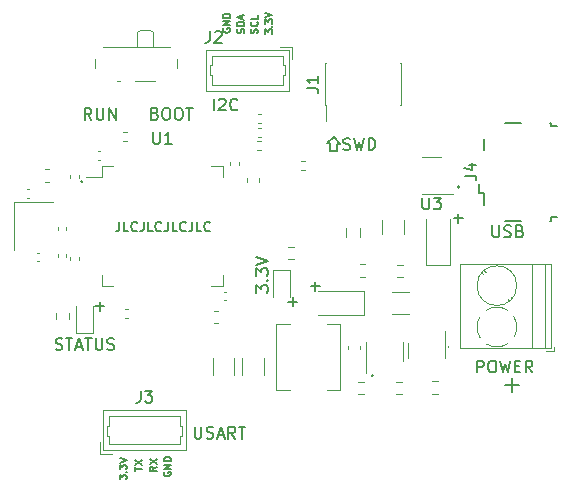
<source format=gbr>
%TF.GenerationSoftware,KiCad,Pcbnew,(6.0.1)*%
%TF.CreationDate,2022-05-18T16:29:04+06:30*%
%TF.ProjectId,STM32_USB_Buck,53544d33-325f-4555-9342-5f4275636b2e,v1.0*%
%TF.SameCoordinates,Original*%
%TF.FileFunction,Legend,Top*%
%TF.FilePolarity,Positive*%
%FSLAX46Y46*%
G04 Gerber Fmt 4.6, Leading zero omitted, Abs format (unit mm)*
G04 Created by KiCad (PCBNEW (6.0.1)) date 2022-05-18 16:29:04*
%MOMM*%
%LPD*%
G01*
G04 APERTURE LIST*
%ADD10C,0.150000*%
%ADD11C,0.120000*%
G04 APERTURE END LIST*
D10*
X133083761Y-103066904D02*
X133083761Y-103638333D01*
X133045666Y-103752619D01*
X132969476Y-103828809D01*
X132855190Y-103866904D01*
X132779000Y-103866904D01*
X133845666Y-103866904D02*
X133464714Y-103866904D01*
X133464714Y-103066904D01*
X134569476Y-103790714D02*
X134531380Y-103828809D01*
X134417095Y-103866904D01*
X134340904Y-103866904D01*
X134226619Y-103828809D01*
X134150428Y-103752619D01*
X134112333Y-103676428D01*
X134074238Y-103524047D01*
X134074238Y-103409761D01*
X134112333Y-103257380D01*
X134150428Y-103181190D01*
X134226619Y-103105000D01*
X134340904Y-103066904D01*
X134417095Y-103066904D01*
X134531380Y-103105000D01*
X134569476Y-103143095D01*
X135140904Y-103066904D02*
X135140904Y-103638333D01*
X135102809Y-103752619D01*
X135026619Y-103828809D01*
X134912333Y-103866904D01*
X134836142Y-103866904D01*
X135902809Y-103866904D02*
X135521857Y-103866904D01*
X135521857Y-103066904D01*
X136626619Y-103790714D02*
X136588523Y-103828809D01*
X136474238Y-103866904D01*
X136398047Y-103866904D01*
X136283761Y-103828809D01*
X136207571Y-103752619D01*
X136169476Y-103676428D01*
X136131380Y-103524047D01*
X136131380Y-103409761D01*
X136169476Y-103257380D01*
X136207571Y-103181190D01*
X136283761Y-103105000D01*
X136398047Y-103066904D01*
X136474238Y-103066904D01*
X136588523Y-103105000D01*
X136626619Y-103143095D01*
X137198047Y-103066904D02*
X137198047Y-103638333D01*
X137159952Y-103752619D01*
X137083761Y-103828809D01*
X136969476Y-103866904D01*
X136893285Y-103866904D01*
X137959952Y-103866904D02*
X137579000Y-103866904D01*
X137579000Y-103066904D01*
X138683761Y-103790714D02*
X138645666Y-103828809D01*
X138531380Y-103866904D01*
X138455190Y-103866904D01*
X138340904Y-103828809D01*
X138264714Y-103752619D01*
X138226619Y-103676428D01*
X138188523Y-103524047D01*
X138188523Y-103409761D01*
X138226619Y-103257380D01*
X138264714Y-103181190D01*
X138340904Y-103105000D01*
X138455190Y-103066904D01*
X138531380Y-103066904D01*
X138645666Y-103105000D01*
X138683761Y-103143095D01*
X139255190Y-103066904D02*
X139255190Y-103638333D01*
X139217095Y-103752619D01*
X139140904Y-103828809D01*
X139026619Y-103866904D01*
X138950428Y-103866904D01*
X140017095Y-103866904D02*
X139636142Y-103866904D01*
X139636142Y-103066904D01*
X140740904Y-103790714D02*
X140702809Y-103828809D01*
X140588523Y-103866904D01*
X140512333Y-103866904D01*
X140398047Y-103828809D01*
X140321857Y-103752619D01*
X140283761Y-103676428D01*
X140245666Y-103524047D01*
X140245666Y-103409761D01*
X140283761Y-103257380D01*
X140321857Y-103181190D01*
X140398047Y-103105000D01*
X140512333Y-103066904D01*
X140588523Y-103066904D01*
X140702809Y-103105000D01*
X140740904Y-103143095D01*
X150975000Y-97062500D02*
X151450000Y-97062500D01*
X154554057Y-116100000D02*
G75*
G03*
X154554057Y-116100000I-79057J0D01*
G01*
X129945711Y-99650000D02*
G75*
G03*
X129945711Y-99650000I-70711J0D01*
G01*
X150675000Y-96387500D02*
X150900000Y-96387500D01*
X151475000Y-97062500D02*
X151475000Y-96437500D01*
X151225000Y-95887500D02*
X150675000Y-96387500D01*
X150900000Y-97062500D02*
X150975000Y-97062500D01*
X160980902Y-113650000D02*
G75*
G03*
X160980902Y-113650000I-55902J0D01*
G01*
X151475000Y-96437500D02*
X151725000Y-96437500D01*
X150900000Y-96387500D02*
X150900000Y-97062500D01*
X161854057Y-100125000D02*
G75*
G03*
X161854057Y-100125000I-79057J0D01*
G01*
X151000000Y-97062500D02*
X151475000Y-97062500D01*
X151725000Y-96437500D02*
X151225000Y-95887500D01*
X145421428Y-87135714D02*
X145421428Y-86764285D01*
X145650000Y-86964285D01*
X145650000Y-86878571D01*
X145678571Y-86821428D01*
X145707142Y-86792857D01*
X145764285Y-86764285D01*
X145907142Y-86764285D01*
X145964285Y-86792857D01*
X145992857Y-86821428D01*
X146021428Y-86878571D01*
X146021428Y-87050000D01*
X145992857Y-87107142D01*
X145964285Y-87135714D01*
X145964285Y-86507142D02*
X145992857Y-86478571D01*
X146021428Y-86507142D01*
X145992857Y-86535714D01*
X145964285Y-86507142D01*
X146021428Y-86507142D01*
X145421428Y-86278571D02*
X145421428Y-85907142D01*
X145650000Y-86107142D01*
X145650000Y-86021428D01*
X145678571Y-85964285D01*
X145707142Y-85935714D01*
X145764285Y-85907142D01*
X145907142Y-85907142D01*
X145964285Y-85935714D01*
X145992857Y-85964285D01*
X146021428Y-86021428D01*
X146021428Y-86192857D01*
X145992857Y-86250000D01*
X145964285Y-86278571D01*
X145421428Y-85735714D02*
X146021428Y-85535714D01*
X145421428Y-85335714D01*
X136092857Y-93878571D02*
X136235714Y-93926190D01*
X136283333Y-93973809D01*
X136330952Y-94069047D01*
X136330952Y-94211904D01*
X136283333Y-94307142D01*
X136235714Y-94354761D01*
X136140476Y-94402380D01*
X135759523Y-94402380D01*
X135759523Y-93402380D01*
X136092857Y-93402380D01*
X136188095Y-93450000D01*
X136235714Y-93497619D01*
X136283333Y-93592857D01*
X136283333Y-93688095D01*
X136235714Y-93783333D01*
X136188095Y-93830952D01*
X136092857Y-93878571D01*
X135759523Y-93878571D01*
X136950000Y-93402380D02*
X137140476Y-93402380D01*
X137235714Y-93450000D01*
X137330952Y-93545238D01*
X137378571Y-93735714D01*
X137378571Y-94069047D01*
X137330952Y-94259523D01*
X137235714Y-94354761D01*
X137140476Y-94402380D01*
X136950000Y-94402380D01*
X136854761Y-94354761D01*
X136759523Y-94259523D01*
X136711904Y-94069047D01*
X136711904Y-93735714D01*
X136759523Y-93545238D01*
X136854761Y-93450000D01*
X136950000Y-93402380D01*
X137997619Y-93402380D02*
X138188095Y-93402380D01*
X138283333Y-93450000D01*
X138378571Y-93545238D01*
X138426190Y-93735714D01*
X138426190Y-94069047D01*
X138378571Y-94259523D01*
X138283333Y-94354761D01*
X138188095Y-94402380D01*
X137997619Y-94402380D01*
X137902380Y-94354761D01*
X137807142Y-94259523D01*
X137759523Y-94069047D01*
X137759523Y-93735714D01*
X137807142Y-93545238D01*
X137902380Y-93450000D01*
X137997619Y-93402380D01*
X138711904Y-93402380D02*
X139283333Y-93402380D01*
X138997619Y-94402380D02*
X138997619Y-93402380D01*
X147369047Y-109821428D02*
X148130952Y-109821428D01*
X147750000Y-110202380D02*
X147750000Y-109440476D01*
X143617857Y-87053571D02*
X143646428Y-86967857D01*
X143646428Y-86825000D01*
X143617857Y-86767857D01*
X143589285Y-86739285D01*
X143532142Y-86710714D01*
X143475000Y-86710714D01*
X143417857Y-86739285D01*
X143389285Y-86767857D01*
X143360714Y-86825000D01*
X143332142Y-86939285D01*
X143303571Y-86996428D01*
X143275000Y-87025000D01*
X143217857Y-87053571D01*
X143160714Y-87053571D01*
X143103571Y-87025000D01*
X143075000Y-86996428D01*
X143046428Y-86939285D01*
X143046428Y-86796428D01*
X143075000Y-86710714D01*
X143646428Y-86453571D02*
X143046428Y-86453571D01*
X143046428Y-86310714D01*
X143075000Y-86225000D01*
X143132142Y-86167857D01*
X143189285Y-86139285D01*
X143303571Y-86110714D01*
X143389285Y-86110714D01*
X143503571Y-86139285D01*
X143560714Y-86167857D01*
X143617857Y-86225000D01*
X143646428Y-86310714D01*
X143646428Y-86453571D01*
X143475000Y-85882142D02*
X143475000Y-85596428D01*
X143646428Y-85939285D02*
X143046428Y-85739285D01*
X143646428Y-85539285D01*
X139453571Y-120402380D02*
X139453571Y-121211904D01*
X139501190Y-121307142D01*
X139548809Y-121354761D01*
X139644047Y-121402380D01*
X139834523Y-121402380D01*
X139929761Y-121354761D01*
X139977380Y-121307142D01*
X140025000Y-121211904D01*
X140025000Y-120402380D01*
X140453571Y-121354761D02*
X140596428Y-121402380D01*
X140834523Y-121402380D01*
X140929761Y-121354761D01*
X140977380Y-121307142D01*
X141025000Y-121211904D01*
X141025000Y-121116666D01*
X140977380Y-121021428D01*
X140929761Y-120973809D01*
X140834523Y-120926190D01*
X140644047Y-120878571D01*
X140548809Y-120830952D01*
X140501190Y-120783333D01*
X140453571Y-120688095D01*
X140453571Y-120592857D01*
X140501190Y-120497619D01*
X140548809Y-120450000D01*
X140644047Y-120402380D01*
X140882142Y-120402380D01*
X141025000Y-120450000D01*
X141405952Y-121116666D02*
X141882142Y-121116666D01*
X141310714Y-121402380D02*
X141644047Y-120402380D01*
X141977380Y-121402380D01*
X142882142Y-121402380D02*
X142548809Y-120926190D01*
X142310714Y-121402380D02*
X142310714Y-120402380D01*
X142691666Y-120402380D01*
X142786904Y-120450000D01*
X142834523Y-120497619D01*
X142882142Y-120592857D01*
X142882142Y-120735714D01*
X142834523Y-120830952D01*
X142786904Y-120878571D01*
X142691666Y-120926190D01*
X142310714Y-120926190D01*
X143167857Y-120402380D02*
X143739285Y-120402380D01*
X143453571Y-121402380D02*
X143453571Y-120402380D01*
X134371428Y-124132142D02*
X134371428Y-123789285D01*
X134971428Y-123960714D02*
X134371428Y-123960714D01*
X134371428Y-123646428D02*
X134971428Y-123246428D01*
X134371428Y-123246428D02*
X134971428Y-123646428D01*
X130711904Y-94427380D02*
X130378571Y-93951190D01*
X130140476Y-94427380D02*
X130140476Y-93427380D01*
X130521428Y-93427380D01*
X130616666Y-93475000D01*
X130664285Y-93522619D01*
X130711904Y-93617857D01*
X130711904Y-93760714D01*
X130664285Y-93855952D01*
X130616666Y-93903571D01*
X130521428Y-93951190D01*
X130140476Y-93951190D01*
X131140476Y-93427380D02*
X131140476Y-94236904D01*
X131188095Y-94332142D01*
X131235714Y-94379761D01*
X131330952Y-94427380D01*
X131521428Y-94427380D01*
X131616666Y-94379761D01*
X131664285Y-94332142D01*
X131711904Y-94236904D01*
X131711904Y-93427380D01*
X132188095Y-94427380D02*
X132188095Y-93427380D01*
X132759523Y-94427380D01*
X132759523Y-93427380D01*
X164663095Y-103352380D02*
X164663095Y-104161904D01*
X164710714Y-104257142D01*
X164758333Y-104304761D01*
X164853571Y-104352380D01*
X165044047Y-104352380D01*
X165139285Y-104304761D01*
X165186904Y-104257142D01*
X165234523Y-104161904D01*
X165234523Y-103352380D01*
X165663095Y-104304761D02*
X165805952Y-104352380D01*
X166044047Y-104352380D01*
X166139285Y-104304761D01*
X166186904Y-104257142D01*
X166234523Y-104161904D01*
X166234523Y-104066666D01*
X166186904Y-103971428D01*
X166139285Y-103923809D01*
X166044047Y-103876190D01*
X165853571Y-103828571D01*
X165758333Y-103780952D01*
X165710714Y-103733333D01*
X165663095Y-103638095D01*
X165663095Y-103542857D01*
X165710714Y-103447619D01*
X165758333Y-103400000D01*
X165853571Y-103352380D01*
X166091666Y-103352380D01*
X166234523Y-103400000D01*
X166996428Y-103828571D02*
X167139285Y-103876190D01*
X167186904Y-103923809D01*
X167234523Y-104019047D01*
X167234523Y-104161904D01*
X167186904Y-104257142D01*
X167139285Y-104304761D01*
X167044047Y-104352380D01*
X166663095Y-104352380D01*
X166663095Y-103352380D01*
X166996428Y-103352380D01*
X167091666Y-103400000D01*
X167139285Y-103447619D01*
X167186904Y-103542857D01*
X167186904Y-103638095D01*
X167139285Y-103733333D01*
X167091666Y-103780952D01*
X166996428Y-103828571D01*
X166663095Y-103828571D01*
X149294047Y-108521428D02*
X150055952Y-108521428D01*
X149675000Y-108902380D02*
X149675000Y-108140476D01*
X127673809Y-113854761D02*
X127816666Y-113902380D01*
X128054761Y-113902380D01*
X128150000Y-113854761D01*
X128197619Y-113807142D01*
X128245238Y-113711904D01*
X128245238Y-113616666D01*
X128197619Y-113521428D01*
X128150000Y-113473809D01*
X128054761Y-113426190D01*
X127864285Y-113378571D01*
X127769047Y-113330952D01*
X127721428Y-113283333D01*
X127673809Y-113188095D01*
X127673809Y-113092857D01*
X127721428Y-112997619D01*
X127769047Y-112950000D01*
X127864285Y-112902380D01*
X128102380Y-112902380D01*
X128245238Y-112950000D01*
X128530952Y-112902380D02*
X129102380Y-112902380D01*
X128816666Y-113902380D02*
X128816666Y-112902380D01*
X129388095Y-113616666D02*
X129864285Y-113616666D01*
X129292857Y-113902380D02*
X129626190Y-112902380D01*
X129959523Y-113902380D01*
X130150000Y-112902380D02*
X130721428Y-112902380D01*
X130435714Y-113902380D02*
X130435714Y-112902380D01*
X131054761Y-112902380D02*
X131054761Y-113711904D01*
X131102380Y-113807142D01*
X131150000Y-113854761D01*
X131245238Y-113902380D01*
X131435714Y-113902380D01*
X131530952Y-113854761D01*
X131578571Y-113807142D01*
X131626190Y-113711904D01*
X131626190Y-112902380D01*
X132054761Y-113854761D02*
X132197619Y-113902380D01*
X132435714Y-113902380D01*
X132530952Y-113854761D01*
X132578571Y-113807142D01*
X132626190Y-113711904D01*
X132626190Y-113616666D01*
X132578571Y-113521428D01*
X132530952Y-113473809D01*
X132435714Y-113426190D01*
X132245238Y-113378571D01*
X132150000Y-113330952D01*
X132102380Y-113283333D01*
X132054761Y-113188095D01*
X132054761Y-113092857D01*
X132102380Y-112997619D01*
X132150000Y-112950000D01*
X132245238Y-112902380D01*
X132483333Y-112902380D01*
X132626190Y-112950000D01*
X144767857Y-87064285D02*
X144796428Y-86978571D01*
X144796428Y-86835714D01*
X144767857Y-86778571D01*
X144739285Y-86750000D01*
X144682142Y-86721428D01*
X144625000Y-86721428D01*
X144567857Y-86750000D01*
X144539285Y-86778571D01*
X144510714Y-86835714D01*
X144482142Y-86950000D01*
X144453571Y-87007142D01*
X144425000Y-87035714D01*
X144367857Y-87064285D01*
X144310714Y-87064285D01*
X144253571Y-87035714D01*
X144225000Y-87007142D01*
X144196428Y-86950000D01*
X144196428Y-86807142D01*
X144225000Y-86721428D01*
X144739285Y-86121428D02*
X144767857Y-86150000D01*
X144796428Y-86235714D01*
X144796428Y-86292857D01*
X144767857Y-86378571D01*
X144710714Y-86435714D01*
X144653571Y-86464285D01*
X144539285Y-86492857D01*
X144453571Y-86492857D01*
X144339285Y-86464285D01*
X144282142Y-86435714D01*
X144225000Y-86378571D01*
X144196428Y-86292857D01*
X144196428Y-86235714D01*
X144225000Y-86150000D01*
X144253571Y-86121428D01*
X144796428Y-85578571D02*
X144796428Y-85864285D01*
X144196428Y-85864285D01*
X141073809Y-93627380D02*
X141073809Y-92627380D01*
X141502380Y-92722619D02*
X141550000Y-92675000D01*
X141645238Y-92627380D01*
X141883333Y-92627380D01*
X141978571Y-92675000D01*
X142026190Y-92722619D01*
X142073809Y-92817857D01*
X142073809Y-92913095D01*
X142026190Y-93055952D01*
X141454761Y-93627380D01*
X142073809Y-93627380D01*
X143073809Y-93532142D02*
X143026190Y-93579761D01*
X142883333Y-93627380D01*
X142788095Y-93627380D01*
X142645238Y-93579761D01*
X142550000Y-93484523D01*
X142502380Y-93389285D01*
X142454761Y-93198809D01*
X142454761Y-93055952D01*
X142502380Y-92865476D01*
X142550000Y-92770238D01*
X142645238Y-92675000D01*
X142788095Y-92627380D01*
X142883333Y-92627380D01*
X143026190Y-92675000D01*
X143073809Y-92722619D01*
X133096428Y-124860714D02*
X133096428Y-124489285D01*
X133325000Y-124689285D01*
X133325000Y-124603571D01*
X133353571Y-124546428D01*
X133382142Y-124517857D01*
X133439285Y-124489285D01*
X133582142Y-124489285D01*
X133639285Y-124517857D01*
X133667857Y-124546428D01*
X133696428Y-124603571D01*
X133696428Y-124775000D01*
X133667857Y-124832142D01*
X133639285Y-124860714D01*
X133639285Y-124232142D02*
X133667857Y-124203571D01*
X133696428Y-124232142D01*
X133667857Y-124260714D01*
X133639285Y-124232142D01*
X133696428Y-124232142D01*
X133096428Y-124003571D02*
X133096428Y-123632142D01*
X133325000Y-123832142D01*
X133325000Y-123746428D01*
X133353571Y-123689285D01*
X133382142Y-123660714D01*
X133439285Y-123632142D01*
X133582142Y-123632142D01*
X133639285Y-123660714D01*
X133667857Y-123689285D01*
X133696428Y-123746428D01*
X133696428Y-123917857D01*
X133667857Y-123975000D01*
X133639285Y-124003571D01*
X133096428Y-123460714D02*
X133696428Y-123260714D01*
X133096428Y-123060714D01*
X131044047Y-110196428D02*
X131805952Y-110196428D01*
X131425000Y-110577380D02*
X131425000Y-109815476D01*
X163365476Y-115802380D02*
X163365476Y-114802380D01*
X163746428Y-114802380D01*
X163841666Y-114850000D01*
X163889285Y-114897619D01*
X163936904Y-114992857D01*
X163936904Y-115135714D01*
X163889285Y-115230952D01*
X163841666Y-115278571D01*
X163746428Y-115326190D01*
X163365476Y-115326190D01*
X164555952Y-114802380D02*
X164746428Y-114802380D01*
X164841666Y-114850000D01*
X164936904Y-114945238D01*
X164984523Y-115135714D01*
X164984523Y-115469047D01*
X164936904Y-115659523D01*
X164841666Y-115754761D01*
X164746428Y-115802380D01*
X164555952Y-115802380D01*
X164460714Y-115754761D01*
X164365476Y-115659523D01*
X164317857Y-115469047D01*
X164317857Y-115135714D01*
X164365476Y-114945238D01*
X164460714Y-114850000D01*
X164555952Y-114802380D01*
X165317857Y-114802380D02*
X165555952Y-115802380D01*
X165746428Y-115088095D01*
X165936904Y-115802380D01*
X166175000Y-114802380D01*
X166555952Y-115278571D02*
X166889285Y-115278571D01*
X167032142Y-115802380D02*
X166555952Y-115802380D01*
X166555952Y-114802380D01*
X167032142Y-114802380D01*
X168032142Y-115802380D02*
X167698809Y-115326190D01*
X167460714Y-115802380D02*
X167460714Y-114802380D01*
X167841666Y-114802380D01*
X167936904Y-114850000D01*
X167984523Y-114897619D01*
X168032142Y-114992857D01*
X168032142Y-115135714D01*
X167984523Y-115230952D01*
X167936904Y-115278571D01*
X167841666Y-115326190D01*
X167460714Y-115326190D01*
X144652380Y-109051190D02*
X144652380Y-108432142D01*
X145033333Y-108765476D01*
X145033333Y-108622619D01*
X145080952Y-108527380D01*
X145128571Y-108479761D01*
X145223809Y-108432142D01*
X145461904Y-108432142D01*
X145557142Y-108479761D01*
X145604761Y-108527380D01*
X145652380Y-108622619D01*
X145652380Y-108908333D01*
X145604761Y-109003571D01*
X145557142Y-109051190D01*
X145557142Y-108003571D02*
X145604761Y-107955952D01*
X145652380Y-108003571D01*
X145604761Y-108051190D01*
X145557142Y-108003571D01*
X145652380Y-108003571D01*
X144652380Y-107622619D02*
X144652380Y-107003571D01*
X145033333Y-107336904D01*
X145033333Y-107194047D01*
X145080952Y-107098809D01*
X145128571Y-107051190D01*
X145223809Y-107003571D01*
X145461904Y-107003571D01*
X145557142Y-107051190D01*
X145604761Y-107098809D01*
X145652380Y-107194047D01*
X145652380Y-107479761D01*
X145604761Y-107575000D01*
X145557142Y-107622619D01*
X144652380Y-106717857D02*
X145652380Y-106384523D01*
X144652380Y-106051190D01*
X136246428Y-123775000D02*
X135960714Y-123975000D01*
X136246428Y-124117857D02*
X135646428Y-124117857D01*
X135646428Y-123889285D01*
X135675000Y-123832142D01*
X135703571Y-123803571D01*
X135760714Y-123775000D01*
X135846428Y-123775000D01*
X135903571Y-123803571D01*
X135932142Y-123832142D01*
X135960714Y-123889285D01*
X135960714Y-124117857D01*
X135646428Y-123575000D02*
X136246428Y-123175000D01*
X135646428Y-123175000D02*
X136246428Y-123575000D01*
X152042857Y-96929761D02*
X152185714Y-96977380D01*
X152423809Y-96977380D01*
X152519047Y-96929761D01*
X152566666Y-96882142D01*
X152614285Y-96786904D01*
X152614285Y-96691666D01*
X152566666Y-96596428D01*
X152519047Y-96548809D01*
X152423809Y-96501190D01*
X152233333Y-96453571D01*
X152138095Y-96405952D01*
X152090476Y-96358333D01*
X152042857Y-96263095D01*
X152042857Y-96167857D01*
X152090476Y-96072619D01*
X152138095Y-96025000D01*
X152233333Y-95977380D01*
X152471428Y-95977380D01*
X152614285Y-96025000D01*
X152947619Y-95977380D02*
X153185714Y-96977380D01*
X153376190Y-96263095D01*
X153566666Y-96977380D01*
X153804761Y-95977380D01*
X154185714Y-96977380D02*
X154185714Y-95977380D01*
X154423809Y-95977380D01*
X154566666Y-96025000D01*
X154661904Y-96120238D01*
X154709523Y-96215476D01*
X154757142Y-96405952D01*
X154757142Y-96548809D01*
X154709523Y-96739285D01*
X154661904Y-96834523D01*
X154566666Y-96929761D01*
X154423809Y-96977380D01*
X154185714Y-96977380D01*
X165728571Y-116882142D02*
X166871428Y-116882142D01*
X166300000Y-117453571D02*
X166300000Y-116310714D01*
X136850000Y-124232142D02*
X136821428Y-124289285D01*
X136821428Y-124375000D01*
X136850000Y-124460714D01*
X136907142Y-124517857D01*
X136964285Y-124546428D01*
X137078571Y-124575000D01*
X137164285Y-124575000D01*
X137278571Y-124546428D01*
X137335714Y-124517857D01*
X137392857Y-124460714D01*
X137421428Y-124375000D01*
X137421428Y-124317857D01*
X137392857Y-124232142D01*
X137364285Y-124203571D01*
X137164285Y-124203571D01*
X137164285Y-124317857D01*
X137421428Y-123946428D02*
X136821428Y-123946428D01*
X137421428Y-123603571D01*
X136821428Y-123603571D01*
X137421428Y-123317857D02*
X136821428Y-123317857D01*
X136821428Y-123175000D01*
X136850000Y-123089285D01*
X136907142Y-123032142D01*
X136964285Y-123003571D01*
X137078571Y-122975000D01*
X137164285Y-122975000D01*
X137278571Y-123003571D01*
X137335714Y-123032142D01*
X137392857Y-123089285D01*
X137421428Y-123175000D01*
X137421428Y-123317857D01*
X161369047Y-102746428D02*
X162130952Y-102746428D01*
X161750000Y-103127380D02*
X161750000Y-102365476D01*
X141875000Y-86682142D02*
X141846428Y-86739285D01*
X141846428Y-86825000D01*
X141875000Y-86910714D01*
X141932142Y-86967857D01*
X141989285Y-86996428D01*
X142103571Y-87025000D01*
X142189285Y-87025000D01*
X142303571Y-86996428D01*
X142360714Y-86967857D01*
X142417857Y-86910714D01*
X142446428Y-86825000D01*
X142446428Y-86767857D01*
X142417857Y-86682142D01*
X142389285Y-86653571D01*
X142189285Y-86653571D01*
X142189285Y-86767857D01*
X142446428Y-86396428D02*
X141846428Y-86396428D01*
X142446428Y-86053571D01*
X141846428Y-86053571D01*
X142446428Y-85767857D02*
X141846428Y-85767857D01*
X141846428Y-85625000D01*
X141875000Y-85539285D01*
X141932142Y-85482142D01*
X141989285Y-85453571D01*
X142103571Y-85425000D01*
X142189285Y-85425000D01*
X142303571Y-85453571D01*
X142360714Y-85482142D01*
X142417857Y-85539285D01*
X142446428Y-85625000D01*
X142446428Y-85767857D01*
%TO.C,U1*%
X135938095Y-95452380D02*
X135938095Y-96261904D01*
X135985714Y-96357142D01*
X136033333Y-96404761D01*
X136128571Y-96452380D01*
X136319047Y-96452380D01*
X136414285Y-96404761D01*
X136461904Y-96357142D01*
X136509523Y-96261904D01*
X136509523Y-95452380D01*
X137509523Y-96452380D02*
X136938095Y-96452380D01*
X137223809Y-96452380D02*
X137223809Y-95452380D01*
X137128571Y-95595238D01*
X137033333Y-95690476D01*
X136938095Y-95738095D01*
%TO.C,U3*%
X158738095Y-101002380D02*
X158738095Y-101811904D01*
X158785714Y-101907142D01*
X158833333Y-101954761D01*
X158928571Y-102002380D01*
X159119047Y-102002380D01*
X159214285Y-101954761D01*
X159261904Y-101907142D01*
X159309523Y-101811904D01*
X159309523Y-101002380D01*
X159690476Y-101002380D02*
X160309523Y-101002380D01*
X159976190Y-101383333D01*
X160119047Y-101383333D01*
X160214285Y-101430952D01*
X160261904Y-101478571D01*
X160309523Y-101573809D01*
X160309523Y-101811904D01*
X160261904Y-101907142D01*
X160214285Y-101954761D01*
X160119047Y-102002380D01*
X159833333Y-102002380D01*
X159738095Y-101954761D01*
X159690476Y-101907142D01*
%TO.C,J3*%
X134871666Y-117352380D02*
X134871666Y-118066666D01*
X134824047Y-118209523D01*
X134728809Y-118304761D01*
X134585952Y-118352380D01*
X134490714Y-118352380D01*
X135252619Y-117352380D02*
X135871666Y-117352380D01*
X135538333Y-117733333D01*
X135681190Y-117733333D01*
X135776428Y-117780952D01*
X135824047Y-117828571D01*
X135871666Y-117923809D01*
X135871666Y-118161904D01*
X135824047Y-118257142D01*
X135776428Y-118304761D01*
X135681190Y-118352380D01*
X135395476Y-118352380D01*
X135300238Y-118304761D01*
X135252619Y-118257142D01*
%TO.C,J2*%
X140731466Y-86915580D02*
X140731466Y-87629866D01*
X140683847Y-87772723D01*
X140588609Y-87867961D01*
X140445752Y-87915580D01*
X140350514Y-87915580D01*
X141160038Y-87010819D02*
X141207657Y-86963200D01*
X141302895Y-86915580D01*
X141540990Y-86915580D01*
X141636228Y-86963200D01*
X141683847Y-87010819D01*
X141731466Y-87106057D01*
X141731466Y-87201295D01*
X141683847Y-87344152D01*
X141112419Y-87915580D01*
X141731466Y-87915580D01*
%TO.C,J1*%
X148917380Y-91733333D02*
X149631666Y-91733333D01*
X149774523Y-91780952D01*
X149869761Y-91876190D01*
X149917380Y-92019047D01*
X149917380Y-92114285D01*
X149917380Y-90733333D02*
X149917380Y-91304761D01*
X149917380Y-91019047D02*
X148917380Y-91019047D01*
X149060238Y-91114285D01*
X149155476Y-91209523D01*
X149203095Y-91304761D01*
%TO.C,J4*%
X162302380Y-99133333D02*
X163016666Y-99133333D01*
X163159523Y-99180952D01*
X163254761Y-99276190D01*
X163302380Y-99419047D01*
X163302380Y-99514285D01*
X162635714Y-98228571D02*
X163302380Y-98228571D01*
X162254761Y-98466666D02*
X162969047Y-98704761D01*
X162969047Y-98085714D01*
D11*
%TO.C,R10*%
X159579542Y-117616500D02*
X160054058Y-117616500D01*
X159579542Y-116571500D02*
X160054058Y-116571500D01*
%TO.C,D4*%
X147535000Y-109400000D02*
X147535000Y-107115000D01*
X147535000Y-107115000D02*
X146065000Y-107115000D01*
X146065000Y-107115000D02*
X146065000Y-109400000D01*
%TO.C,D2*%
X159045400Y-106745600D02*
X161045400Y-106745600D01*
X161045400Y-106745600D02*
X161045400Y-102845600D01*
X159045400Y-106745600D02*
X159045400Y-102845600D01*
%TO.C,C8*%
X144906200Y-99654380D02*
X144906200Y-99373220D01*
X143886200Y-99654380D02*
X143886200Y-99373220D01*
%TO.C,D1*%
X129411800Y-112505000D02*
X130881800Y-112505000D01*
X130881800Y-112505000D02*
X130881800Y-110220000D01*
X129411800Y-110220000D02*
X129411800Y-112505000D01*
%TO.C,R14*%
X145078641Y-93945000D02*
X144771359Y-93945000D01*
X145078641Y-94705000D02*
X144771359Y-94705000D01*
%TO.C,C11*%
X128576400Y-105997036D02*
X128576400Y-105781364D01*
X127856400Y-105997036D02*
X127856400Y-105781364D01*
%TO.C,R7*%
X156607742Y-107761300D02*
X157082258Y-107761300D01*
X156607742Y-106716300D02*
X157082258Y-106716300D01*
%TO.C,C13*%
X156159148Y-108995800D02*
X157581652Y-108995800D01*
X156159148Y-110815800D02*
X157581652Y-110815800D01*
%TO.C,Q1*%
X157520200Y-113969800D02*
X157520200Y-114619800D01*
X160640200Y-113969800D02*
X160640200Y-114619800D01*
X157520200Y-113969800D02*
X157520200Y-113319800D01*
X160640200Y-113969800D02*
X160640200Y-112294800D01*
%TO.C,SW1*%
X134600000Y-86980000D02*
X134800000Y-86770000D01*
X134600000Y-86980000D02*
X134600000Y-88270000D01*
X136100000Y-91120000D02*
X134400000Y-91120000D01*
X135700000Y-86770000D02*
X134800000Y-86770000D01*
X137350000Y-88270000D02*
X131650000Y-88270000D01*
X135900000Y-88270000D02*
X135900000Y-86980000D01*
X137950000Y-90070000D02*
X137950000Y-89280000D01*
X131050000Y-89280000D02*
X131050000Y-90070000D01*
X135900000Y-86980000D02*
X135700000Y-86770000D01*
X133100000Y-91120000D02*
X132900000Y-91120000D01*
%TO.C,R9*%
X156531542Y-116596900D02*
X157006058Y-116596900D01*
X156531542Y-117641900D02*
X157006058Y-117641900D01*
%TO.C,FB1*%
X152297200Y-103562578D02*
X152297200Y-104361822D01*
X153417200Y-103562578D02*
X153417200Y-104361822D01*
%TO.C,D3*%
X153761000Y-110905800D02*
X149861000Y-110905800D01*
X153761000Y-110905800D02*
X153761000Y-108905800D01*
X153761000Y-108905800D02*
X149861000Y-108905800D01*
%TO.C,C14*%
X153435000Y-113815580D02*
X153435000Y-113534420D01*
X152415000Y-113815580D02*
X152415000Y-113534420D01*
%TO.C,C1*%
X127086980Y-99642800D02*
X126805820Y-99642800D01*
X127086980Y-98622800D02*
X126805820Y-98622800D01*
%TO.C,R15*%
X148753641Y-98680000D02*
X148446359Y-98680000D01*
X148753641Y-97920000D02*
X148446359Y-97920000D01*
%TO.C,C16*%
X142795400Y-116001852D02*
X142795400Y-114579348D01*
X140975400Y-116001852D02*
X140975400Y-114579348D01*
%TO.C,C6*%
X131473836Y-97816400D02*
X131258164Y-97816400D01*
X131473836Y-97096400D02*
X131258164Y-97096400D01*
%TO.C,U2*%
X157058800Y-114046000D02*
X157058800Y-114846000D01*
X157058800Y-114046000D02*
X157058800Y-113246000D01*
X153938800Y-114046000D02*
X153938800Y-115846000D01*
X153938800Y-114046000D02*
X153938800Y-113246000D01*
%TO.C,Y1*%
X127478800Y-101400000D02*
X124178800Y-101400000D01*
X124178800Y-101400000D02*
X124178800Y-105400000D01*
%TO.C,R5*%
X128789700Y-111257258D02*
X128789700Y-110782742D01*
X127744700Y-111257258D02*
X127744700Y-110782742D01*
%TO.C,R6*%
X153432742Y-107685100D02*
X153907258Y-107685100D01*
X153432742Y-106640100D02*
X153907258Y-106640100D01*
%TO.C,R1*%
X133678641Y-95425400D02*
X133371359Y-95425400D01*
X133678641Y-96185400D02*
X133371359Y-96185400D01*
%TO.C,U1*%
X141810000Y-98290000D02*
X141810000Y-99240000D01*
X141810000Y-108510000D02*
X141810000Y-107560000D01*
X131590000Y-108510000D02*
X131590000Y-107560000D01*
X132540000Y-98290000D02*
X131590000Y-98290000D01*
X131590000Y-98290000D02*
X131590000Y-99240000D01*
X140860000Y-108510000D02*
X141810000Y-108510000D01*
X140860000Y-98290000D02*
X141810000Y-98290000D01*
X131590000Y-99240000D02*
X130250000Y-99240000D01*
X132540000Y-108510000D02*
X131590000Y-108510000D01*
%TO.C,R2*%
X127836400Y-103449559D02*
X127836400Y-103756841D01*
X128596400Y-103449559D02*
X128596400Y-103756841D01*
%TO.C,U3*%
X159500000Y-100710000D02*
X161300000Y-100710000D01*
X159500000Y-97590000D02*
X158700000Y-97590000D01*
X159500000Y-100710000D02*
X158700000Y-100710000D01*
X159500000Y-97590000D02*
X160300000Y-97590000D01*
%TO.C,L2*%
X151772600Y-111728600D02*
X150622600Y-111728600D01*
X151772600Y-111728600D02*
X151772600Y-117328600D01*
X146372600Y-111728600D02*
X146372600Y-117328600D01*
X146372600Y-117328600D02*
X147522600Y-117328600D01*
X151772600Y-117328600D02*
X150622600Y-117328600D01*
X146372600Y-111728600D02*
X147522600Y-111728600D01*
%TO.C,J3*%
X135200000Y-121900000D02*
X138175000Y-121900000D01*
X138685000Y-118990000D02*
X131715000Y-118990000D01*
X138175000Y-120350000D02*
X138175000Y-119500000D01*
X132025000Y-120350000D02*
X132225000Y-120350000D01*
X132225000Y-121150000D02*
X132025000Y-121150000D01*
X138175000Y-121900000D02*
X138175000Y-121150000D01*
X132225000Y-120350000D02*
X132225000Y-119500000D01*
X131715000Y-122410000D02*
X138685000Y-122410000D01*
X132225000Y-119500000D02*
X135200000Y-119500000D01*
X138685000Y-122410000D02*
X138685000Y-118990000D01*
X132225000Y-121900000D02*
X132225000Y-121150000D01*
X131715000Y-118990000D02*
X131715000Y-122410000D01*
X131425000Y-122700000D02*
X131425000Y-121700000D01*
X135200000Y-121900000D02*
X132225000Y-121900000D01*
X138175000Y-119500000D02*
X135200000Y-119500000D01*
X138375000Y-121150000D02*
X138375000Y-120350000D01*
X138375000Y-120350000D02*
X138175000Y-120350000D01*
X132025000Y-121150000D02*
X132025000Y-120350000D01*
X138175000Y-121150000D02*
X138375000Y-121150000D01*
X131425000Y-122700000D02*
X132425000Y-122700000D01*
%TO.C,C10*%
X126292236Y-106401600D02*
X126076564Y-106401600D01*
X126292236Y-105681600D02*
X126076564Y-105681600D01*
%TO.C,C15*%
X143490000Y-114579348D02*
X143490000Y-116001852D01*
X145310000Y-114579348D02*
X145310000Y-116001852D01*
%TO.C,C4*%
X141926164Y-109703600D02*
X142141836Y-109703600D01*
X141926164Y-108983600D02*
X142141836Y-108983600D01*
%TO.C,C3*%
X128923200Y-99319436D02*
X128923200Y-99103764D01*
X129643200Y-99319436D02*
X129643200Y-99103764D01*
%TO.C,C9*%
X125457836Y-101010000D02*
X125242164Y-101010000D01*
X125457836Y-100290000D02*
X125242164Y-100290000D01*
%TO.C,J2*%
X146900000Y-91450000D02*
X143925000Y-91450000D01*
X143925000Y-89050000D02*
X146900000Y-89050000D01*
X146900000Y-89800000D02*
X147100000Y-89800000D01*
X140950000Y-90600000D02*
X140950000Y-91450000D01*
X140750000Y-89800000D02*
X140750000Y-90600000D01*
X140950000Y-91450000D02*
X143925000Y-91450000D01*
X147700000Y-88250000D02*
X147700000Y-89250000D01*
X140950000Y-89050000D02*
X140950000Y-89800000D01*
X147100000Y-90600000D02*
X146900000Y-90600000D01*
X143925000Y-89050000D02*
X140950000Y-89050000D01*
X140440000Y-88540000D02*
X140440000Y-91960000D01*
X140750000Y-90600000D02*
X140950000Y-90600000D01*
X147410000Y-91960000D02*
X147410000Y-88540000D01*
X147700000Y-88250000D02*
X146700000Y-88250000D01*
X146900000Y-89050000D02*
X146900000Y-89800000D01*
X147410000Y-88540000D02*
X140440000Y-88540000D01*
X146900000Y-90600000D02*
X146900000Y-91450000D01*
X147100000Y-89800000D02*
X147100000Y-90600000D01*
X140950000Y-89800000D02*
X140750000Y-89800000D01*
X140440000Y-91960000D02*
X147410000Y-91960000D01*
%TO.C,R13*%
X145078641Y-95095000D02*
X144771359Y-95095000D01*
X145078641Y-95855000D02*
X144771359Y-95855000D01*
%TO.C,R12*%
X145053641Y-96955000D02*
X144746359Y-96955000D01*
X145053641Y-96195000D02*
X144746359Y-96195000D01*
%TO.C,C7*%
X141109420Y-111631600D02*
X141390580Y-111631600D01*
X141109420Y-110611600D02*
X141390580Y-110611600D01*
%TO.C,C2*%
X133807836Y-110440000D02*
X133592164Y-110440000D01*
X133807836Y-111160000D02*
X133592164Y-111160000D01*
%TO.C,R8*%
X153305742Y-116622300D02*
X153780258Y-116622300D01*
X153305742Y-117667300D02*
X153780258Y-117667300D01*
%TO.C,J5*%
X166216000Y-109435600D02*
X166309000Y-109529600D01*
X161875000Y-113770600D02*
X161875000Y-106650600D01*
X169595000Y-113770600D02*
X169595000Y-106650600D01*
X161875000Y-113770600D02*
X169595000Y-113770600D01*
X163966000Y-107185600D02*
X164094000Y-107314600D01*
X169835000Y-114010600D02*
X169835000Y-113610600D01*
X169135000Y-113770600D02*
X169135000Y-106650600D01*
X163760000Y-107390600D02*
X163854000Y-107484600D01*
X165976000Y-109605600D02*
X166104000Y-109734600D01*
X169195000Y-114010600D02*
X169835000Y-114010600D01*
X161875000Y-106650600D02*
X169595000Y-106650600D01*
X168035000Y-113770600D02*
X168035000Y-106650600D01*
X166715000Y-111960600D02*
G75*
G03*
X166459721Y-111070336I-1679990J3D01*
G01*
X165926000Y-110535600D02*
G75*
G03*
X164144807Y-110535096I-891000J-1425003D01*
G01*
X166475000Y-112826600D02*
G75*
G03*
X166715099Y-111931926I-1440014J866003D01*
G01*
X163594999Y-111094600D02*
G75*
G03*
X163609642Y-112850494I1439999J-866000D01*
G01*
X164169000Y-113400601D02*
G75*
G03*
X165924894Y-113385958I866000J1439999D01*
G01*
X166715000Y-108460600D02*
G75*
G03*
X166715000Y-108460600I-1680000J0D01*
G01*
%TO.C,J1*%
X156935000Y-93165000D02*
X156935000Y-89635000D01*
X150530000Y-94490000D02*
X150530000Y-93165000D01*
X150465000Y-93165000D02*
X150465000Y-89635000D01*
X156870000Y-89635000D02*
X156935000Y-89635000D01*
X150465000Y-93165000D02*
X150530000Y-93165000D01*
X156870000Y-93165000D02*
X156935000Y-93165000D01*
X150465000Y-89635000D02*
X150530000Y-89635000D01*
%TO.C,C5*%
X143181400Y-98224636D02*
X143181400Y-98008964D01*
X142461400Y-98224636D02*
X142461400Y-98008964D01*
%TO.C,C12*%
X129643200Y-106035364D02*
X129643200Y-106251036D01*
X128923200Y-106035364D02*
X128923200Y-106251036D01*
%TO.C,R11*%
X147362742Y-106222500D02*
X147837258Y-106222500D01*
X147362742Y-105177500D02*
X147837258Y-105177500D01*
D10*
%TO.C,J4*%
X169650000Y-94950000D02*
X169650000Y-94650000D01*
X170100000Y-94950000D02*
X169650000Y-94950000D01*
X163525000Y-99875000D02*
X163525000Y-100600000D01*
X169650000Y-102950000D02*
X169650000Y-102650000D01*
X165700000Y-102950000D02*
X167100000Y-102950000D01*
X169650000Y-102650000D02*
X170100000Y-102650000D01*
X163950000Y-97000000D02*
X163950000Y-96000000D01*
X167100000Y-94650000D02*
X165700000Y-94650000D01*
X163950000Y-100600000D02*
X163950000Y-101600000D01*
X169500000Y-102950000D02*
X169650000Y-102950000D01*
X169650000Y-94650000D02*
X169500000Y-94650000D01*
X163525000Y-100600000D02*
X163950000Y-100600000D01*
D11*
%TO.C,F1*%
X157145400Y-104081664D02*
X157145400Y-102877536D01*
X155325400Y-104081664D02*
X155325400Y-102877536D01*
%TD*%
M02*

</source>
